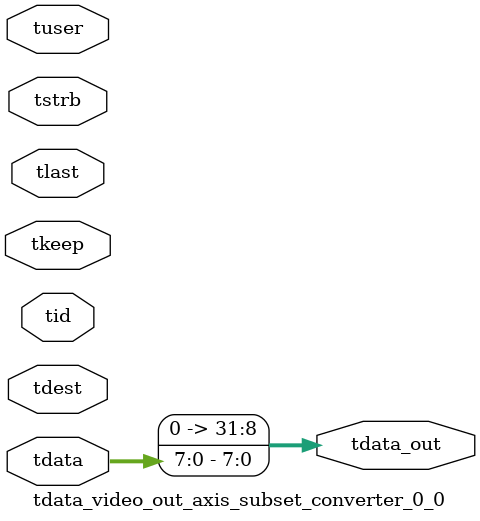
<source format=v>


`timescale 1ps/1ps

module tdata_video_out_axis_subset_converter_0_0 #
(
parameter C_S_AXIS_TDATA_WIDTH = 32,
parameter C_S_AXIS_TUSER_WIDTH = 0,
parameter C_S_AXIS_TID_WIDTH   = 0,
parameter C_S_AXIS_TDEST_WIDTH = 0,
parameter C_M_AXIS_TDATA_WIDTH = 32
)
(
input  [(C_S_AXIS_TDATA_WIDTH == 0 ? 1 : C_S_AXIS_TDATA_WIDTH)-1:0     ] tdata,
input  [(C_S_AXIS_TUSER_WIDTH == 0 ? 1 : C_S_AXIS_TUSER_WIDTH)-1:0     ] tuser,
input  [(C_S_AXIS_TID_WIDTH   == 0 ? 1 : C_S_AXIS_TID_WIDTH)-1:0       ] tid,
input  [(C_S_AXIS_TDEST_WIDTH == 0 ? 1 : C_S_AXIS_TDEST_WIDTH)-1:0     ] tdest,
input  [(C_S_AXIS_TDATA_WIDTH/8)-1:0 ] tkeep,
input  [(C_S_AXIS_TDATA_WIDTH/8)-1:0 ] tstrb,
input                                                                    tlast,
output [C_M_AXIS_TDATA_WIDTH-1:0] tdata_out
);

assign tdata_out = {tdata[7:0]};

endmodule


</source>
